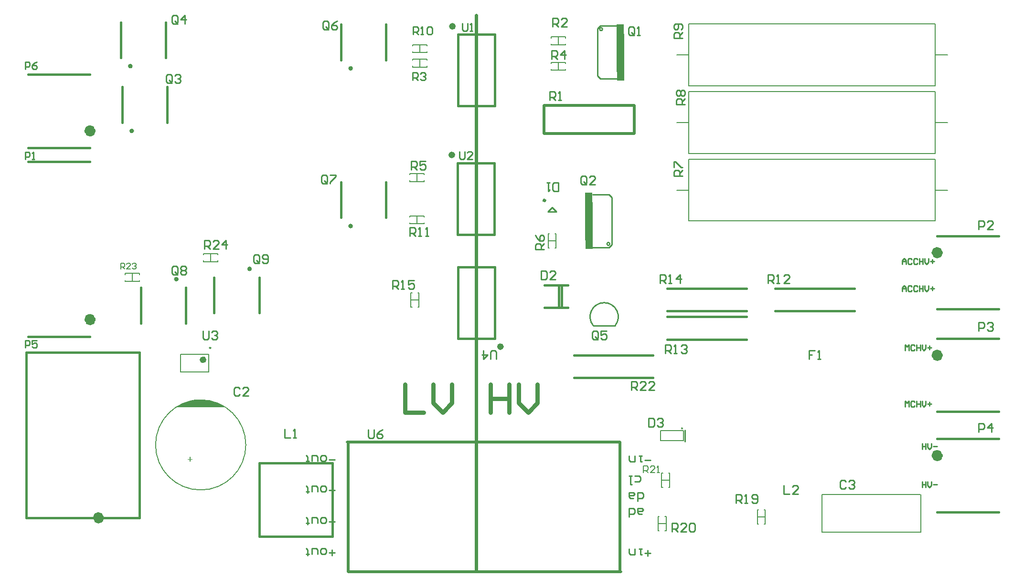
<source format=gto>
G04*
G04 #@! TF.GenerationSoftware,Altium Limited,Altium Designer,18.1.9 (240)*
G04*
G04 Layer_Color=65535*
%FSLAX44Y44*%
%MOMM*%
G71*
G01*
G75*
%ADD10C,1.0000*%
%ADD11C,0.6000*%
%ADD12C,0.4000*%
%ADD13C,0.2540*%
%ADD14C,0.5000*%
%ADD15C,0.2500*%
%ADD16C,0.2000*%
%ADD17C,0.1500*%
%ADD18C,0.7500*%
G04:AMPARAMS|DCode=19|XSize=10mm|YSize=1.3mm|CornerRadius=0mm|HoleSize=0mm|Usage=FLASHONLY|Rotation=90.257|XOffset=0mm|YOffset=0mm|HoleType=Round|Shape=Rectangle|*
%AMROTATEDRECTD19*
4,1,4,0.6724,-4.9970,-0.6276,-5.0029,-0.6724,4.9970,0.6276,5.0029,0.6724,-4.9970,0.0*
%
%ADD19ROTATEDRECTD19*%

G36*
X363770Y295000D02*
X278770D01*
X293770Y302500D01*
X311270Y307500D01*
X321270D01*
X338770Y305000D01*
X348770Y302500D01*
X363770Y295000D01*
D02*
G37*
G36*
X1174944Y258830D02*
Y258816D01*
Y258774D01*
Y258731D01*
X1174930Y258576D01*
X1174916Y258393D01*
X1174888Y258153D01*
X1174874Y257857D01*
X1174832Y257533D01*
X1174789Y257181D01*
X1174803D01*
X1174818Y257195D01*
X1174860Y257209D01*
X1174916Y257237D01*
X1175057Y257308D01*
X1175240Y257392D01*
X1175466Y257491D01*
X1175734Y257604D01*
X1176030Y257717D01*
X1176354Y257829D01*
X1176664Y256885D01*
X1176650D01*
X1176622Y256871D01*
X1176580Y256857D01*
X1176523Y256842D01*
X1176439Y256814D01*
X1176354Y256786D01*
X1176143Y256730D01*
X1175889Y256673D01*
X1175607Y256603D01*
X1175311Y256546D01*
X1175001Y256504D01*
X1175015Y256490D01*
X1175071Y256434D01*
X1175170Y256349D01*
X1175297Y256222D01*
X1175466Y256039D01*
X1175649Y255828D01*
X1175889Y255560D01*
X1176143Y255250D01*
X1175353Y254700D01*
X1175339Y254728D01*
X1175283Y254798D01*
X1175198Y254911D01*
X1175085Y255066D01*
X1174958Y255278D01*
X1174803Y255517D01*
X1174620Y255799D01*
X1174437Y256110D01*
Y256095D01*
X1174423Y256067D01*
X1174395Y256025D01*
X1174352Y255954D01*
X1174268Y255785D01*
X1174155Y255588D01*
X1174014Y255362D01*
X1173873Y255123D01*
X1173718Y254897D01*
X1173577Y254700D01*
X1172802Y255250D01*
X1172816Y255264D01*
X1172830Y255292D01*
X1172872Y255334D01*
X1172928Y255405D01*
X1173055Y255574D01*
X1173224Y255771D01*
X1173408Y255983D01*
X1173591Y256180D01*
X1173760Y256363D01*
X1173831Y256448D01*
X1173901Y256504D01*
X1173887D01*
X1173859Y256518D01*
X1173817D01*
X1173760Y256532D01*
X1173676Y256546D01*
X1173591Y256575D01*
X1173380Y256617D01*
X1173126Y256673D01*
X1172858Y256730D01*
X1172280Y256885D01*
X1172576Y257829D01*
X1172590D01*
X1172618Y257815D01*
X1172675Y257787D01*
X1172745Y257773D01*
X1172830Y257731D01*
X1172943Y257688D01*
X1173168Y257604D01*
X1173422Y257505D01*
X1173676Y257392D01*
X1173915Y257279D01*
X1174113Y257181D01*
Y257195D01*
Y257237D01*
X1174099Y257294D01*
Y257378D01*
X1174084Y257477D01*
X1174070Y257590D01*
X1174056Y257843D01*
X1174028Y258111D01*
X1174000Y258393D01*
X1173986Y258633D01*
Y258746D01*
Y258844D01*
X1174944D01*
Y258830D01*
D02*
G37*
G36*
X303178Y202463D02*
X306696D01*
Y200981D01*
X303178D01*
Y197500D01*
X301715D01*
Y200981D01*
X298234D01*
Y202463D01*
X301715D01*
Y205944D01*
X303178D01*
Y202463D01*
D02*
G37*
D10*
X130000Y785000D02*
G03*
X130000Y785000I-5000J0D01*
G01*
Y450000D02*
G03*
X130000Y450000I-5000J0D01*
G01*
X145000Y98000D02*
G03*
X145000Y98000I-5000J0D01*
G01*
X1631800Y568730D02*
G03*
X1631800Y568730I-5000J0D01*
G01*
Y386500D02*
G03*
X1631800Y386500I-5000J0D01*
G01*
Y208500D02*
G03*
X1631800Y208500I-5000J0D01*
G01*
D11*
X855600Y401900D02*
G03*
X855600Y401900I-3000J0D01*
G01*
X769390Y742360D02*
G03*
X769390Y742360I-3000J0D01*
G01*
X770400Y970700D02*
G03*
X770400Y970700I-3000J0D01*
G01*
X328380Y378660D02*
G03*
X328380Y378660I-3000J0D01*
G01*
X810000Y990000D02*
X810000Y5000D01*
D12*
X198500Y900000D02*
G03*
X198500Y900000I-2000J0D01*
G01*
X201000Y785000D02*
G03*
X201000Y785000I-2000J0D01*
G01*
X410000Y540000D02*
G03*
X410000Y540000I-2000J0D01*
G01*
X280000Y521695D02*
G03*
X280000Y521695I-2000J0D01*
G01*
X589000Y616000D02*
G03*
X589000Y616000I-2000J0D01*
G01*
Y896000D02*
G03*
X589000Y896000I-2000J0D01*
G01*
X983300Y346500D02*
X1123300D01*
X983300Y386500D02*
X1123300D01*
X15800Y755000D02*
X125000D01*
X15800Y885000D02*
X125000D01*
X15800Y420000D02*
X125000D01*
X15800Y730000D02*
X125000D01*
X12000Y392000D02*
X213000D01*
X12000Y98000D02*
Y392000D01*
Y98000D02*
X213000D01*
Y392000D01*
X1148560Y415000D02*
X1288560D01*
X1148560Y455000D02*
X1288560D01*
X1340000Y465000D02*
X1480000D01*
X1340000Y505000D02*
X1480000D01*
X1148560D02*
X1288560D01*
X1148560Y465000D02*
X1288560D01*
X425000Y65000D02*
X555000D01*
X425000D02*
Y195000D01*
X555000D01*
Y65000D02*
Y195000D01*
X777400Y416500D02*
X842600D01*
X777400D02*
Y543500D01*
X842600D01*
Y416500D02*
Y543500D01*
X776390Y727760D02*
X841590D01*
Y600760D02*
Y727760D01*
X776390Y600760D02*
X841590D01*
X776390D02*
Y727760D01*
X777400Y829100D02*
Y956100D01*
Y829100D02*
X842600D01*
Y956100D01*
X777400D02*
X842600D01*
X179500Y915000D02*
Y978000D01*
X259500Y915000D02*
Y978000D01*
X182000Y800000D02*
Y863000D01*
X262000Y800000D02*
Y863000D01*
X425000Y462000D02*
Y525000D01*
X345000Y462000D02*
Y525000D01*
X295000Y443695D02*
Y506695D01*
X215000Y443695D02*
Y506695D01*
X1626800Y598730D02*
X1736000D01*
X1626800Y468730D02*
X1736000D01*
X650000Y631000D02*
Y694000D01*
X570000Y631000D02*
Y694000D01*
X650000Y911000D02*
Y974000D01*
X570000Y911000D02*
Y974000D01*
X1626800Y416500D02*
X1736000D01*
X1626800Y286500D02*
X1736000D01*
X1626800Y238500D02*
X1736000D01*
X1626800Y108500D02*
X1736000D01*
X961058Y471160D02*
Y511160D01*
X931058Y471160D02*
X972058D01*
X931058Y511160D02*
X972058D01*
X956058Y471160D02*
Y511160D01*
D13*
X1055651Y438930D02*
G03*
X1017349Y438930I-19151J16070D01*
G01*
X1046510Y584360D02*
G03*
X1046510Y584360I-2540J0D01*
G01*
X1033570Y965640D02*
G03*
X1033570Y965640I-2540J0D01*
G01*
X1017349Y438930D02*
X1055651D01*
X938050Y641190D02*
X952020D01*
X944400Y648810D02*
X952020Y641190D01*
X936780D02*
X944400Y648810D01*
X936780Y641190D02*
X938050D01*
X1015882Y578010D02*
X1045240D01*
X1050320Y583090D01*
Y666910D01*
X1045240Y671990D02*
X1050320Y666910D01*
X1015882Y671990D02*
X1045240D01*
X1029760Y971990D02*
X1059118D01*
X1024680Y966910D02*
X1029760Y971990D01*
X1024680Y883090D02*
Y966910D01*
Y883090D02*
X1029760Y878010D01*
X1059118D01*
X1565000Y548730D02*
Y555395D01*
X1568332Y558727D01*
X1571664Y555395D01*
Y548730D01*
Y553728D01*
X1565000D01*
X1581661Y557061D02*
X1579995Y558727D01*
X1576663D01*
X1574997Y557061D01*
Y550396D01*
X1576663Y548730D01*
X1579995D01*
X1581661Y550396D01*
X1591658Y557061D02*
X1589992Y558727D01*
X1586660D01*
X1584994Y557061D01*
Y550396D01*
X1586660Y548730D01*
X1589992D01*
X1591658Y550396D01*
X1594990Y558727D02*
Y548730D01*
Y553728D01*
X1601655D01*
Y558727D01*
Y548730D01*
X1604987Y558727D02*
Y552062D01*
X1608319Y548730D01*
X1611652Y552062D01*
Y558727D01*
X1614984Y553728D02*
X1621648D01*
X1618316Y557061D02*
Y550396D01*
X1565000Y500000D02*
Y506665D01*
X1568332Y509997D01*
X1571664Y506665D01*
Y500000D01*
Y504998D01*
X1565000D01*
X1581661Y508331D02*
X1579995Y509997D01*
X1576663D01*
X1574997Y508331D01*
Y501666D01*
X1576663Y500000D01*
X1579995D01*
X1581661Y501666D01*
X1591658Y508331D02*
X1589992Y509997D01*
X1586660D01*
X1584994Y508331D01*
Y501666D01*
X1586660Y500000D01*
X1589992D01*
X1591658Y501666D01*
X1594990Y509997D02*
Y500000D01*
Y504998D01*
X1601655D01*
Y509997D01*
Y500000D01*
X1604987Y509997D02*
Y503332D01*
X1608319Y500000D01*
X1611652Y503332D01*
Y509997D01*
X1614984Y504998D02*
X1621648D01*
X1618316Y508331D02*
Y501666D01*
X1570000Y395000D02*
Y404997D01*
X1573332Y401665D01*
X1576664Y404997D01*
Y395000D01*
X1586661Y403331D02*
X1584995Y404997D01*
X1581663D01*
X1579997Y403331D01*
Y396666D01*
X1581663Y395000D01*
X1584995D01*
X1586661Y396666D01*
X1589994Y404997D02*
Y395000D01*
Y399998D01*
X1596658D01*
Y404997D01*
Y395000D01*
X1599990Y404997D02*
Y398332D01*
X1603323Y395000D01*
X1606655Y398332D01*
Y404997D01*
X1609987Y399998D02*
X1616652D01*
X1613319Y403331D02*
Y396666D01*
X1570000Y295000D02*
Y304997D01*
X1573332Y301665D01*
X1576664Y304997D01*
Y295000D01*
X1586661Y303331D02*
X1584995Y304997D01*
X1581663D01*
X1579997Y303331D01*
Y296666D01*
X1581663Y295000D01*
X1584995D01*
X1586661Y296666D01*
X1589994Y304997D02*
Y295000D01*
Y299998D01*
X1596658D01*
Y304997D01*
Y295000D01*
X1599990Y304997D02*
Y298332D01*
X1603323Y295000D01*
X1606655Y298332D01*
Y304997D01*
X1609987Y299998D02*
X1616652D01*
X1613319Y303331D02*
Y296666D01*
X1600000Y162181D02*
Y152185D01*
Y157183D01*
X1606664D01*
Y162181D01*
Y152185D01*
X1609997Y162181D02*
Y155517D01*
X1613329Y152185D01*
X1616661Y155517D01*
Y162181D01*
X1619994Y157183D02*
X1626658D01*
X1600000Y229997D02*
Y220000D01*
Y224998D01*
X1606664D01*
Y229997D01*
Y220000D01*
X1609997Y229997D02*
Y223332D01*
X1613329Y220000D01*
X1616661Y223332D01*
Y229997D01*
X1619994Y224998D02*
X1626658D01*
X1119040Y199972D02*
X1108883D01*
X1103805Y207590D02*
X1098727D01*
X1101266D01*
Y197433D01*
X1103805D01*
X1091109Y207590D02*
Y197433D01*
X1083492D01*
X1080952Y199972D01*
Y207590D01*
X1091103Y161873D02*
X1098721D01*
X1101260Y164412D01*
Y169491D01*
X1098721Y172030D01*
X1091103D01*
X1086025D02*
X1080947D01*
X1083486D01*
Y156795D01*
X1086025D01*
X1103801Y104723D02*
X1098723D01*
X1096183Y107262D01*
Y114880D01*
X1103801D01*
X1106340Y112341D01*
X1103801Y109802D01*
X1096183D01*
X1080948Y99645D02*
Y114880D01*
X1088566D01*
X1091105Y112341D01*
Y107262D01*
X1088566Y104723D01*
X1080948D01*
X1119040Y34883D02*
X1108883D01*
X1113962Y29804D02*
Y39961D01*
X1103805Y42500D02*
X1098727D01*
X1101266D01*
Y32343D01*
X1103805D01*
X1091109Y42500D02*
Y32343D01*
X1083492D01*
X1080952Y34883D01*
Y42500D01*
X1096183Y127585D02*
Y142820D01*
X1103801D01*
X1106340Y140281D01*
Y135202D01*
X1103801Y132663D01*
X1096183D01*
X1088566D02*
X1083487D01*
X1080948Y135202D01*
Y142820D01*
X1088566D01*
X1091105Y140281D01*
X1088566Y137742D01*
X1080948D01*
X558970Y90752D02*
X548813D01*
X541196Y98370D02*
X536117D01*
X533578Y95831D01*
Y90752D01*
X536117Y88213D01*
X541196D01*
X543735Y90752D01*
Y95831D01*
X541196Y98370D01*
X528500Y88213D02*
Y95831D01*
X525961Y98370D01*
X518343D01*
Y88213D01*
X510726Y85674D02*
Y88213D01*
X513265D01*
X508186D01*
X510726D01*
Y95831D01*
X508186Y98370D01*
X558970Y201242D02*
X548813D01*
X541196Y208860D02*
X536117D01*
X533578Y206321D01*
Y201242D01*
X536117Y198703D01*
X541196D01*
X543735Y201242D01*
Y206321D01*
X541196Y208860D01*
X528500Y198703D02*
Y206321D01*
X525961Y208860D01*
X518343D01*
Y198703D01*
X510726Y196164D02*
Y198703D01*
X513265D01*
X508186D01*
X510726D01*
Y206321D01*
X508186Y208860D01*
X558970Y146632D02*
X548813D01*
X553892Y141554D02*
Y151711D01*
X541196Y154250D02*
X536117D01*
X533578Y151711D01*
Y146632D01*
X536117Y144093D01*
X541196D01*
X543735Y146632D01*
Y151711D01*
X541196Y154250D01*
X528500Y144093D02*
Y151711D01*
X525961Y154250D01*
X518343D01*
Y144093D01*
X510726Y141554D02*
Y144093D01*
X513265D01*
X508186D01*
X510726D01*
Y151711D01*
X508186Y154250D01*
X558970Y36142D02*
X548813D01*
X553892Y31064D02*
Y41221D01*
X541196Y43760D02*
X536117D01*
X533578Y41221D01*
Y36142D01*
X536117Y33603D01*
X541196D01*
X543735Y36142D01*
Y41221D01*
X541196Y43760D01*
X528500Y33603D02*
Y41221D01*
X525961Y43760D01*
X518343D01*
Y33603D01*
X510726Y31064D02*
Y33603D01*
X513265D01*
X508186D01*
X510726D01*
Y41221D01*
X508186Y43760D01*
X1326642Y514524D02*
Y529759D01*
X1334259D01*
X1336799Y527220D01*
Y522141D01*
X1334259Y519602D01*
X1326642D01*
X1331720D02*
X1336799Y514524D01*
X1341877D02*
X1346955D01*
X1344416D01*
Y529759D01*
X1341877Y527220D01*
X1364730Y514524D02*
X1354573D01*
X1364730Y524681D01*
Y527220D01*
X1362191Y529759D01*
X1357112D01*
X1354573Y527220D01*
X1085000Y325000D02*
Y340235D01*
X1092617D01*
X1095157Y337696D01*
Y332617D01*
X1092617Y330078D01*
X1085000D01*
X1090078D02*
X1095157Y325000D01*
X1110392D02*
X1100235D01*
X1110392Y335157D01*
Y337696D01*
X1107853Y340235D01*
X1102774D01*
X1100235Y337696D01*
X1125627Y325000D02*
X1115470D01*
X1125627Y335157D01*
Y337696D01*
X1123088Y340235D01*
X1118009D01*
X1115470Y337696D01*
X1135210Y514540D02*
Y529775D01*
X1142828D01*
X1145367Y527236D01*
Y522158D01*
X1142828Y519618D01*
X1135210D01*
X1140288D02*
X1145367Y514540D01*
X1150445D02*
X1155523D01*
X1152984D01*
Y529775D01*
X1150445Y527236D01*
X1170759Y514540D02*
Y529775D01*
X1163141Y522158D01*
X1173298D01*
X1144900Y390011D02*
Y405247D01*
X1152518D01*
X1155057Y402707D01*
Y397629D01*
X1152518Y395090D01*
X1144900D01*
X1149978D02*
X1155057Y390011D01*
X1160135D02*
X1165213D01*
X1162674D01*
Y405247D01*
X1160135Y402707D01*
X1172831D02*
X1175370Y405247D01*
X1180449D01*
X1182988Y402707D01*
Y400168D01*
X1180449Y397629D01*
X1177909D01*
X1180449D01*
X1182988Y395090D01*
Y392551D01*
X1180449Y390011D01*
X1175370D01*
X1172831Y392551D01*
X1175000Y705000D02*
X1159765D01*
Y712617D01*
X1162304Y715157D01*
X1167383D01*
X1169922Y712617D01*
Y705000D01*
Y710078D02*
X1175000Y715157D01*
X1159765Y720235D02*
Y730392D01*
X1162304D01*
X1172461Y720235D01*
X1175000D01*
X955000Y677818D02*
Y693053D01*
X947383D01*
X944843Y690514D01*
Y680357D01*
X947383Y677818D01*
X955000D01*
X939765Y693053D02*
X934687D01*
X937226D01*
Y677818D01*
X939765Y680357D01*
X10000Y400000D02*
Y412496D01*
X16248D01*
X18331Y410413D01*
Y406248D01*
X16248Y404165D01*
X10000D01*
X30827Y412496D02*
X22496D01*
Y406248D01*
X26661Y408331D01*
X28744D01*
X30827Y406248D01*
Y402083D01*
X28744Y400000D01*
X24579D01*
X22496Y402083D01*
X1179290Y831750D02*
X1164055D01*
Y839368D01*
X1166594Y841907D01*
X1171673D01*
X1174212Y839368D01*
Y831750D01*
Y836828D02*
X1179290Y841907D01*
X1166594Y846985D02*
X1164055Y849524D01*
Y854603D01*
X1166594Y857142D01*
X1169133D01*
X1171673Y854603D01*
X1174212Y857142D01*
X1176751D01*
X1179290Y854603D01*
Y849524D01*
X1176751Y846985D01*
X1174212D01*
X1171673Y849524D01*
X1169133Y846985D01*
X1166594D01*
X1171673Y849524D02*
Y854603D01*
X845000Y379765D02*
Y392461D01*
X842461Y395000D01*
X837383D01*
X834843Y392461D01*
Y379765D01*
X822147Y395000D02*
Y379765D01*
X829765Y387383D01*
X819608D01*
X327944Y575400D02*
Y590635D01*
X335561D01*
X338101Y588096D01*
Y583018D01*
X335561Y580478D01*
X327944D01*
X333022D02*
X338101Y575400D01*
X353336D02*
X343179D01*
X353336Y585557D01*
Y588096D01*
X350797Y590635D01*
X345718D01*
X343179Y588096D01*
X366032Y575400D02*
Y590635D01*
X358414Y583018D01*
X368571D01*
X1175000Y950000D02*
X1159765D01*
Y957617D01*
X1162304Y960157D01*
X1167383D01*
X1169922Y957617D01*
Y950000D01*
Y955078D02*
X1175000Y960157D01*
X1172461Y965235D02*
X1175000Y967774D01*
Y972853D01*
X1172461Y975392D01*
X1162304D01*
X1159765Y972853D01*
Y967774D01*
X1162304Y965235D01*
X1164843D01*
X1167383Y967774D01*
Y975392D01*
X940000Y840000D02*
Y855235D01*
X947617D01*
X950157Y852696D01*
Y847617D01*
X947617Y845078D01*
X940000D01*
X945078D02*
X950157Y840000D01*
X955235D02*
X960313D01*
X957774D01*
Y855235D01*
X955235Y852696D01*
X1700000Y250000D02*
Y265235D01*
X1707617D01*
X1710157Y262696D01*
Y257617D01*
X1707617Y255078D01*
X1700000D01*
X1722853Y250000D02*
Y265235D01*
X1715235Y257617D01*
X1725392D01*
X1410157Y395235D02*
X1400000D01*
Y387617D01*
X1405078D01*
X1400000D01*
Y380000D01*
X1415235D02*
X1420313D01*
X1417774D01*
Y395235D01*
X1415235Y392696D01*
X1355000Y155235D02*
Y140000D01*
X1365157D01*
X1380392D02*
X1370235D01*
X1380392Y150157D01*
Y152696D01*
X1377853Y155235D01*
X1372774D01*
X1370235Y152696D01*
X1465157Y162696D02*
X1462617Y165235D01*
X1457539D01*
X1455000Y162696D01*
Y152539D01*
X1457539Y150000D01*
X1462617D01*
X1465157Y152539D01*
X1470235Y162696D02*
X1472774Y165235D01*
X1477853D01*
X1480392Y162696D01*
Y160157D01*
X1477853Y157618D01*
X1475313D01*
X1477853D01*
X1480392Y155078D01*
Y152539D01*
X1477853Y150000D01*
X1472774D01*
X1470235Y152539D01*
X390157Y327696D02*
X387617Y330235D01*
X382539D01*
X380000Y327696D01*
Y317539D01*
X382539Y315000D01*
X387617D01*
X390157Y317539D01*
X405392Y315000D02*
X395235D01*
X405392Y325157D01*
Y327696D01*
X402853Y330235D01*
X397774D01*
X395235Y327696D01*
X545157Y693880D02*
Y704036D01*
X542617Y706575D01*
X537539D01*
X535000Y704036D01*
Y693880D01*
X537539Y691340D01*
X542617D01*
X540078Y696419D02*
X545157Y691340D01*
X542617D02*
X545157Y693880D01*
X550235Y706575D02*
X560392D01*
Y704036D01*
X550235Y693880D01*
Y691340D01*
X1025157Y417539D02*
Y427696D01*
X1022617Y430235D01*
X1017539D01*
X1015000Y427696D01*
Y417539D01*
X1017539Y415000D01*
X1022617D01*
X1020078Y420078D02*
X1025157Y415000D01*
X1022617D02*
X1025157Y417539D01*
X1040392Y430235D02*
X1030235D01*
Y422617D01*
X1035313Y425157D01*
X1037853D01*
X1040392Y422617D01*
Y417539D01*
X1037853Y415000D01*
X1032774D01*
X1030235Y417539D01*
X618150Y254795D02*
Y242099D01*
X620689Y239560D01*
X625768D01*
X628307Y242099D01*
Y254795D01*
X643542D02*
X638463Y252256D01*
X633385Y247178D01*
Y242099D01*
X635924Y239560D01*
X641003D01*
X643542Y242099D01*
Y244638D01*
X641003Y247178D01*
X633385D01*
X1157040Y73750D02*
Y88985D01*
X1164657D01*
X1167196Y86446D01*
Y81368D01*
X1164657Y78828D01*
X1157040D01*
X1162118D02*
X1167196Y73750D01*
X1182431D02*
X1172275D01*
X1182431Y83907D01*
Y86446D01*
X1179892Y88985D01*
X1174814D01*
X1172275Y86446D01*
X1187510D02*
X1190049Y88985D01*
X1195127D01*
X1197666Y86446D01*
Y76289D01*
X1195127Y73750D01*
X1190049D01*
X1187510Y76289D01*
Y86446D01*
X1270000Y124140D02*
Y139375D01*
X1277617D01*
X1280157Y136836D01*
Y131757D01*
X1277617Y129218D01*
X1270000D01*
X1275078D02*
X1280157Y124140D01*
X1285235D02*
X1290313D01*
X1287774D01*
Y139375D01*
X1285235Y136836D01*
X1297931Y126679D02*
X1300470Y124140D01*
X1305549D01*
X1308088Y126679D01*
Y136836D01*
X1305549Y139375D01*
X1300470D01*
X1297931Y136836D01*
Y134297D01*
X1300470Y131757D01*
X1308088D01*
X661860Y504720D02*
Y519955D01*
X669478D01*
X672017Y517416D01*
Y512338D01*
X669478Y509798D01*
X661860D01*
X666938D02*
X672017Y504720D01*
X677095D02*
X682173D01*
X679634D01*
Y519955D01*
X677095Y517416D01*
X699948Y519955D02*
X689791D01*
Y512338D01*
X694869Y514877D01*
X697409D01*
X699948Y512338D01*
Y507259D01*
X697409Y504720D01*
X692330D01*
X689791Y507259D01*
X692150Y598080D02*
Y613315D01*
X699768D01*
X702307Y610776D01*
Y605698D01*
X699768Y603158D01*
X692150D01*
X697228D02*
X702307Y598080D01*
X707385D02*
X712463D01*
X709924D01*
Y613315D01*
X707385Y610776D01*
X720081Y598080D02*
X725159D01*
X722620D01*
Y613315D01*
X720081Y610776D01*
X425157Y552539D02*
Y562696D01*
X422617Y565235D01*
X417539D01*
X415000Y562696D01*
Y552539D01*
X417539Y550000D01*
X422617D01*
X420078Y555078D02*
X425157Y550000D01*
X422617D02*
X425157Y552539D01*
X430235D02*
X432774Y550000D01*
X437853D01*
X440392Y552539D01*
Y562696D01*
X437853Y565235D01*
X432774D01*
X430235Y562696D01*
Y560157D01*
X432774Y557617D01*
X440392D01*
X280157Y532619D02*
Y542776D01*
X277617Y545315D01*
X272539D01*
X270000Y542776D01*
Y532619D01*
X272539Y530080D01*
X277617D01*
X275078Y535158D02*
X280157Y530080D01*
X277617D02*
X280157Y532619D01*
X285235Y542776D02*
X287774Y545315D01*
X292853D01*
X295392Y542776D01*
Y540237D01*
X292853Y537697D01*
X295392Y535158D01*
Y532619D01*
X292853Y530080D01*
X287774D01*
X285235Y532619D01*
Y535158D01*
X287774Y537697D01*
X285235Y540237D01*
Y542776D01*
X287774Y537697D02*
X292853D01*
X547821Y967539D02*
Y977696D01*
X545281Y980235D01*
X540203D01*
X537664Y977696D01*
Y967539D01*
X540203Y965000D01*
X545281D01*
X542742Y970078D02*
X547821Y965000D01*
X545281D02*
X547821Y967539D01*
X563055Y980235D02*
X557977Y977696D01*
X552899Y972617D01*
Y967539D01*
X555438Y965000D01*
X560516D01*
X563055Y967539D01*
Y970078D01*
X560516Y972617D01*
X552899D01*
X280157Y977539D02*
Y987696D01*
X277617Y990235D01*
X272539D01*
X270000Y987696D01*
Y977539D01*
X272539Y975000D01*
X277617D01*
X275078Y980078D02*
X280157Y975000D01*
X277617D02*
X280157Y977539D01*
X292853Y975000D02*
Y990235D01*
X285235Y982617D01*
X295392D01*
X270157Y872539D02*
Y882696D01*
X267617Y885235D01*
X262539D01*
X260000Y882696D01*
Y872539D01*
X262539Y870000D01*
X267617D01*
X265078Y875078D02*
X270157Y870000D01*
X267617D02*
X270157Y872539D01*
X275235Y882696D02*
X277774Y885235D01*
X282853D01*
X285392Y882696D01*
Y880157D01*
X282853Y877617D01*
X280313D01*
X282853D01*
X285392Y875078D01*
Y872539D01*
X282853Y870000D01*
X277774D01*
X275235Y872539D01*
X1005157Y692539D02*
Y702696D01*
X1002617Y705235D01*
X997539D01*
X995000Y702696D01*
Y692539D01*
X997539Y690000D01*
X1002617D01*
X1000078Y695078D02*
X1005157Y690000D01*
X1002617D02*
X1005157Y692539D01*
X1020392Y690000D02*
X1010235D01*
X1020392Y700157D01*
Y702696D01*
X1017853Y705235D01*
X1012774D01*
X1010235Y702696D01*
X10000Y895000D02*
Y907496D01*
X16248D01*
X18331Y905413D01*
Y901248D01*
X16248Y899165D01*
X10000D01*
X30827Y907496D02*
X26661Y905413D01*
X22496Y901248D01*
Y897083D01*
X24579Y895000D01*
X28744D01*
X30827Y897083D01*
Y899165D01*
X28744Y901248D01*
X22496D01*
X1700000Y430000D02*
Y445235D01*
X1707617D01*
X1710157Y442696D01*
Y437617D01*
X1707617Y435078D01*
X1700000D01*
X1715235Y442696D02*
X1717774Y445235D01*
X1722853D01*
X1725392Y442696D01*
Y440157D01*
X1722853Y437617D01*
X1720313D01*
X1722853D01*
X1725392Y435078D01*
Y432539D01*
X1722853Y430000D01*
X1717774D01*
X1715235Y432539D01*
X1700000Y610000D02*
Y625235D01*
X1707617D01*
X1710157Y622696D01*
Y617617D01*
X1707617Y615078D01*
X1700000D01*
X1725392Y610000D02*
X1715235D01*
X1725392Y620157D01*
Y622696D01*
X1722853Y625235D01*
X1717774D01*
X1715235Y622696D01*
X10000Y735000D02*
Y747496D01*
X16248D01*
X18331Y745413D01*
Y741248D01*
X16248Y739165D01*
X10000D01*
X22496Y735000D02*
X26661D01*
X24579D01*
Y747496D01*
X22496Y745413D01*
X470000Y255235D02*
Y240000D01*
X480157D01*
X485235D02*
X490313D01*
X487774D01*
Y255235D01*
X485235Y252696D01*
X1115000Y275235D02*
Y260000D01*
X1122617D01*
X1125157Y262539D01*
Y272696D01*
X1122617Y275235D01*
X1115000D01*
X1130235Y272696D02*
X1132774Y275235D01*
X1137853D01*
X1140392Y272696D01*
Y270157D01*
X1137853Y267617D01*
X1135313D01*
X1137853D01*
X1140392Y265078D01*
Y262539D01*
X1137853Y260000D01*
X1132774D01*
X1130235Y262539D01*
X325380Y430235D02*
Y417539D01*
X327919Y415000D01*
X332998D01*
X335537Y417539D01*
Y430235D01*
X340615Y427696D02*
X343154Y430235D01*
X348233D01*
X350772Y427696D01*
Y425157D01*
X348233Y422617D01*
X345693D01*
X348233D01*
X350772Y420078D01*
Y417539D01*
X348233Y415000D01*
X343154D01*
X340615Y417539D01*
X780000Y748496D02*
Y737249D01*
X782249Y735000D01*
X786748D01*
X788997Y737249D01*
Y748496D01*
X802493Y735000D02*
X793496D01*
X802493Y743997D01*
Y746246D01*
X800243Y748496D01*
X795745D01*
X793496Y746246D01*
X785000Y976096D02*
Y964849D01*
X787249Y962600D01*
X791748D01*
X793997Y964849D01*
Y976096D01*
X798496Y962600D02*
X802994D01*
X800745D01*
Y976096D01*
X798496Y973846D01*
X697950Y956100D02*
Y969596D01*
X704698D01*
X706947Y967346D01*
Y962848D01*
X704698Y960599D01*
X697950D01*
X702449D02*
X706947Y956100D01*
X711446D02*
X715944D01*
X713695D01*
Y969596D01*
X711446Y967346D01*
X722692D02*
X724941Y969596D01*
X729440D01*
X731689Y967346D01*
Y958349D01*
X729440Y956100D01*
X724941D01*
X722692Y958349D01*
Y967346D01*
X930000Y575000D02*
X914765D01*
Y582617D01*
X917304Y585157D01*
X922383D01*
X924922Y582617D01*
Y575000D01*
Y580078D02*
X930000Y585157D01*
X914765Y600392D02*
X917304Y595313D01*
X922383Y590235D01*
X927461D01*
X930000Y592774D01*
Y597853D01*
X927461Y600392D01*
X924922D01*
X922383Y597853D01*
Y590235D01*
X694163Y715809D02*
Y731044D01*
X701780D01*
X704320Y728505D01*
Y723427D01*
X701780Y720887D01*
X694163D01*
X699241D02*
X704320Y715809D01*
X719555Y731044D02*
X709398D01*
Y723427D01*
X714476Y725966D01*
X717016D01*
X719555Y723427D01*
Y718348D01*
X717016Y715809D01*
X711937D01*
X709398Y718348D01*
X943720Y912300D02*
Y927535D01*
X951338D01*
X953877Y924996D01*
Y919918D01*
X951338Y917378D01*
X943720D01*
X948798D02*
X953877Y912300D01*
X966573D02*
Y927535D01*
X958955Y919918D01*
X969112D01*
X697300Y875000D02*
Y888496D01*
X704048D01*
X706297Y886246D01*
Y881748D01*
X704048Y879499D01*
X697300D01*
X701798D02*
X706297Y875000D01*
X710796Y886246D02*
X713045Y888496D01*
X717543D01*
X719793Y886246D01*
Y883997D01*
X717543Y881748D01*
X715294D01*
X717543D01*
X719793Y879499D01*
Y877249D01*
X717543Y875000D01*
X713045D01*
X710796Y877249D01*
X1090157Y957539D02*
Y967696D01*
X1087617Y970235D01*
X1082539D01*
X1080000Y967696D01*
Y957539D01*
X1082539Y955000D01*
X1087617D01*
X1085078Y960078D02*
X1090157Y955000D01*
X1087617D02*
X1090157Y957539D01*
X1095235Y955000D02*
X1100313D01*
X1097774D01*
Y970235D01*
X1095235Y967696D01*
X924560Y536113D02*
Y520878D01*
X932178D01*
X934717Y523417D01*
Y533574D01*
X932178Y536113D01*
X924560D01*
X949952Y520878D02*
X939795D01*
X949952Y531035D01*
Y533574D01*
X947413Y536113D01*
X942334D01*
X939795Y533574D01*
X945000Y970000D02*
Y985235D01*
X952617D01*
X955157Y982696D01*
Y977617D01*
X952617Y975078D01*
X945000D01*
X950078D02*
X955157Y970000D01*
X970392D02*
X960235D01*
X970392Y980157D01*
Y982696D01*
X967853Y985235D01*
X962774D01*
X960235Y982696D01*
D14*
X931430Y661510D02*
G03*
X931430Y661510I-1000J0D01*
G01*
X581400Y232500D02*
X1064400D01*
X582900Y3200D02*
Y232500D01*
X1064400Y3200D02*
Y232500D01*
X582900Y2500D02*
X1065900D01*
X930000Y780000D02*
X1090000D01*
X930000Y830000D02*
X1090000D01*
X930000Y780000D02*
Y830000D01*
X1090000Y780000D02*
Y830000D01*
D15*
X339180Y399910D02*
G03*
X339180Y399910I-1250J0D01*
G01*
X1179900Y233680D02*
Y254000D01*
D16*
X401270Y227500D02*
G03*
X401270Y227500I-80000J0D01*
G01*
X1422440Y72210D02*
X1597440D01*
X1422440Y139520D02*
X1597440D01*
X1597700Y72210D02*
Y139210D01*
X1422440Y72210D02*
Y139210D01*
X1623250Y920000D02*
X1645000D01*
X1165000D02*
X1186750D01*
X1623250D02*
Y975000D01*
X1186750D02*
X1623250D01*
X1186750Y865000D02*
Y975000D01*
Y865000D02*
X1623250D01*
Y920000D01*
X1165000Y800000D02*
X1186750D01*
X1623250D02*
X1645000D01*
X1186750Y745000D02*
Y800000D01*
Y745000D02*
X1623250D01*
Y855000D01*
X1186750D02*
X1623250D01*
X1186750Y800000D02*
Y855000D01*
X1623250Y680000D02*
X1645000D01*
X1165000D02*
X1186750D01*
X1623250D02*
Y735000D01*
X1186750D02*
X1623250D01*
X1186750Y625000D02*
Y735000D01*
Y625000D02*
X1623250D01*
Y680000D01*
X1136460Y234950D02*
Y252730D01*
Y234950D02*
X1177360D01*
Y252730D01*
X1136460D02*
X1177360D01*
X285380Y388660D02*
X335380D01*
X285380Y356660D02*
X335380D01*
Y388660D01*
X285380Y356660D02*
Y388660D01*
X278770Y295000D02*
X363770D01*
X1106340Y178100D02*
Y190096D01*
X1112338D01*
X1114337Y188097D01*
Y184098D01*
X1112338Y182099D01*
X1106340D01*
X1110339D02*
X1114337Y178100D01*
X1126333D02*
X1118336D01*
X1126333Y186097D01*
Y188097D01*
X1124334Y190096D01*
X1120335D01*
X1118336Y188097D01*
X1130332Y178100D02*
X1134331D01*
X1132332D01*
Y190096D01*
X1130332Y188097D01*
D17*
X1308000Y100000D02*
X1322000D01*
X1320080Y112700D02*
X1322000D01*
Y87300D02*
Y112700D01*
X1320080Y87300D02*
X1322000D01*
X1308000D02*
X1309920D01*
X1308000D02*
Y112700D01*
X1309920D01*
X722040Y936110D02*
Y938030D01*
X696640D02*
X722040D01*
X696640Y936110D02*
Y938030D01*
Y924030D02*
Y925950D01*
Y924030D02*
X722040D01*
Y925950D01*
X709340Y924030D02*
Y938030D01*
X213050Y530080D02*
Y532000D01*
X187650D02*
X213050D01*
X187650Y530080D02*
Y532000D01*
Y518000D02*
Y519920D01*
Y518000D02*
X213050D01*
Y519920D01*
X200350Y518000D02*
Y532000D01*
X967700Y950080D02*
Y952000D01*
X942300D02*
X967700D01*
X942300Y950080D02*
Y952000D01*
Y938000D02*
Y939920D01*
Y938000D02*
X967700D01*
Y939920D01*
X955000Y938000D02*
Y952000D01*
X339090Y553000D02*
Y567000D01*
X351790Y553000D02*
Y554920D01*
X326390Y553000D02*
X351790D01*
X326390D02*
Y554920D01*
Y565080D02*
Y567000D01*
X351790D01*
Y565080D02*
Y567000D01*
X693840Y485000D02*
X707840D01*
X693840Y472300D02*
X695760D01*
X693840D02*
Y497700D01*
X695760D01*
X705920D02*
X707840D01*
Y472300D02*
Y497700D01*
X705920Y472300D02*
X707840D01*
X1132190Y100330D02*
X1134110D01*
X1132190Y74930D02*
Y100330D01*
Y74930D02*
X1134110D01*
X1144270D02*
X1146190D01*
Y100330D01*
X1144270D02*
X1146190D01*
X1132190Y87630D02*
X1146190D01*
X1138540Y177800D02*
X1140460D01*
X1138540Y152400D02*
Y177800D01*
Y152400D02*
X1140460D01*
X1150620D02*
X1152540D01*
Y177800D01*
X1150620D02*
X1152540D01*
X1138540Y165100D02*
X1152540D01*
X697300Y898300D02*
Y900220D01*
Y898300D02*
X722700D01*
Y900220D01*
Y910380D02*
Y912300D01*
X697300D02*
X722700D01*
X697300Y910380D02*
Y912300D01*
X710000Y898300D02*
Y912300D01*
X949480Y577300D02*
X951400D01*
Y602700D01*
X949480D02*
X951400D01*
X937400D02*
X939320D01*
X937400Y577300D02*
Y602700D01*
Y577300D02*
X939320D01*
X937400Y590000D02*
X951400D01*
X967700Y904680D02*
Y906600D01*
Y892600D02*
Y894520D01*
X955000Y892600D02*
Y906600D01*
X942300D02*
X967700D01*
X942300Y904680D02*
Y906600D01*
Y892600D02*
X967700D01*
X942300D02*
Y894520D01*
X717700Y632370D02*
Y634290D01*
X692300D02*
X717700D01*
X692300Y632370D02*
Y634290D01*
Y620290D02*
Y622210D01*
Y620290D02*
X717700D01*
Y622210D01*
X705000Y620290D02*
Y634290D01*
X704450Y695220D02*
Y709220D01*
X691750Y707300D02*
Y709220D01*
X717150D01*
Y707300D02*
Y709220D01*
Y695220D02*
Y697140D01*
X691750Y695220D02*
X717150D01*
X691750D02*
Y697140D01*
X180000Y540000D02*
Y549997D01*
X184998D01*
X186665Y548331D01*
Y544998D01*
X184998Y543332D01*
X180000D01*
X183332D02*
X186665Y540000D01*
X196661D02*
X189997D01*
X196661Y546665D01*
Y548331D01*
X194995Y549997D01*
X191663D01*
X189997Y548331D01*
X199994D02*
X201660Y549997D01*
X204992D01*
X206658Y548331D01*
Y546665D01*
X204992Y544998D01*
X203326D01*
X204992D01*
X206658Y543332D01*
Y541666D01*
X204992Y540000D01*
X201660D01*
X199994Y541666D01*
D18*
X835000Y334984D02*
Y285000D01*
Y309992D01*
X868323D01*
Y334984D01*
Y285000D01*
X884984Y334984D02*
Y301661D01*
X901645Y285000D01*
X918306Y301661D01*
Y334984D01*
X683325D02*
Y285000D01*
X716648D01*
X733309Y334984D02*
Y301661D01*
X749970Y285000D01*
X766631Y301661D01*
Y334984D01*
D19*
X1009608Y625500D02*
D03*
X1065391Y924501D02*
D03*
M02*

</source>
